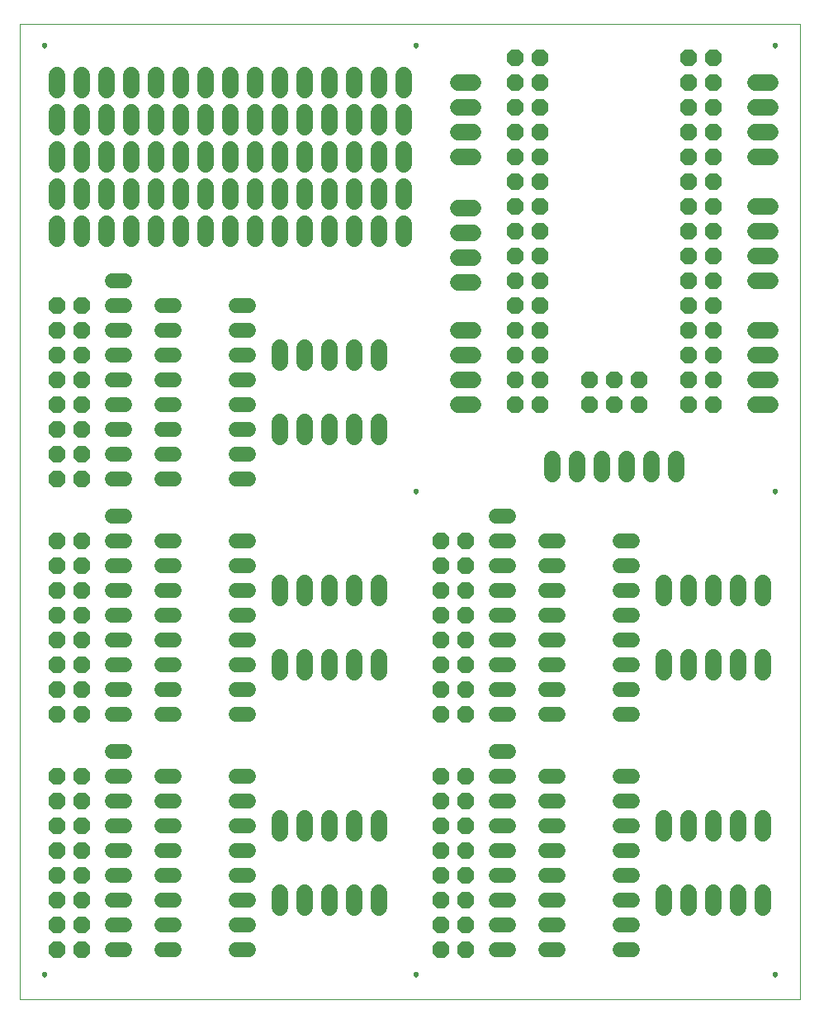
<source format=gbs>
G75*
%MOIN*%
%OFA0B0*%
%FSLAX25Y25*%
%IPPOS*%
%LPD*%
%AMOC8*
5,1,8,0,0,1.08239X$1,22.5*
%
%ADD10C,0.00000*%
%ADD11C,0.02178*%
%ADD12C,0.06000*%
%ADD13OC8,0.06800*%
%ADD14C,0.06800*%
D10*
X0001000Y0001000D02*
X0001000Y0394701D01*
X0315961Y0394701D01*
X0315961Y0001000D01*
X0001000Y0001000D01*
X0010311Y0011000D02*
X0010313Y0011052D01*
X0010319Y0011104D01*
X0010329Y0011155D01*
X0010342Y0011205D01*
X0010360Y0011255D01*
X0010381Y0011302D01*
X0010405Y0011348D01*
X0010434Y0011392D01*
X0010465Y0011434D01*
X0010499Y0011473D01*
X0010536Y0011510D01*
X0010576Y0011543D01*
X0010619Y0011574D01*
X0010663Y0011601D01*
X0010709Y0011625D01*
X0010758Y0011645D01*
X0010807Y0011661D01*
X0010858Y0011674D01*
X0010909Y0011683D01*
X0010961Y0011688D01*
X0011013Y0011689D01*
X0011065Y0011686D01*
X0011117Y0011679D01*
X0011168Y0011668D01*
X0011218Y0011654D01*
X0011267Y0011635D01*
X0011314Y0011613D01*
X0011359Y0011588D01*
X0011403Y0011559D01*
X0011444Y0011527D01*
X0011483Y0011492D01*
X0011518Y0011454D01*
X0011551Y0011413D01*
X0011581Y0011371D01*
X0011607Y0011326D01*
X0011630Y0011279D01*
X0011649Y0011230D01*
X0011665Y0011180D01*
X0011677Y0011130D01*
X0011685Y0011078D01*
X0011689Y0011026D01*
X0011689Y0010974D01*
X0011685Y0010922D01*
X0011677Y0010870D01*
X0011665Y0010820D01*
X0011649Y0010770D01*
X0011630Y0010721D01*
X0011607Y0010674D01*
X0011581Y0010629D01*
X0011551Y0010587D01*
X0011518Y0010546D01*
X0011483Y0010508D01*
X0011444Y0010473D01*
X0011403Y0010441D01*
X0011359Y0010412D01*
X0011314Y0010387D01*
X0011267Y0010365D01*
X0011218Y0010346D01*
X0011168Y0010332D01*
X0011117Y0010321D01*
X0011065Y0010314D01*
X0011013Y0010311D01*
X0010961Y0010312D01*
X0010909Y0010317D01*
X0010858Y0010326D01*
X0010807Y0010339D01*
X0010758Y0010355D01*
X0010709Y0010375D01*
X0010663Y0010399D01*
X0010619Y0010426D01*
X0010576Y0010457D01*
X0010536Y0010490D01*
X0010499Y0010527D01*
X0010465Y0010566D01*
X0010434Y0010608D01*
X0010405Y0010652D01*
X0010381Y0010698D01*
X0010360Y0010745D01*
X0010342Y0010795D01*
X0010329Y0010845D01*
X0010319Y0010896D01*
X0010313Y0010948D01*
X0010311Y0011000D01*
X0160311Y0011000D02*
X0160313Y0011052D01*
X0160319Y0011104D01*
X0160329Y0011155D01*
X0160342Y0011205D01*
X0160360Y0011255D01*
X0160381Y0011302D01*
X0160405Y0011348D01*
X0160434Y0011392D01*
X0160465Y0011434D01*
X0160499Y0011473D01*
X0160536Y0011510D01*
X0160576Y0011543D01*
X0160619Y0011574D01*
X0160663Y0011601D01*
X0160709Y0011625D01*
X0160758Y0011645D01*
X0160807Y0011661D01*
X0160858Y0011674D01*
X0160909Y0011683D01*
X0160961Y0011688D01*
X0161013Y0011689D01*
X0161065Y0011686D01*
X0161117Y0011679D01*
X0161168Y0011668D01*
X0161218Y0011654D01*
X0161267Y0011635D01*
X0161314Y0011613D01*
X0161359Y0011588D01*
X0161403Y0011559D01*
X0161444Y0011527D01*
X0161483Y0011492D01*
X0161518Y0011454D01*
X0161551Y0011413D01*
X0161581Y0011371D01*
X0161607Y0011326D01*
X0161630Y0011279D01*
X0161649Y0011230D01*
X0161665Y0011180D01*
X0161677Y0011130D01*
X0161685Y0011078D01*
X0161689Y0011026D01*
X0161689Y0010974D01*
X0161685Y0010922D01*
X0161677Y0010870D01*
X0161665Y0010820D01*
X0161649Y0010770D01*
X0161630Y0010721D01*
X0161607Y0010674D01*
X0161581Y0010629D01*
X0161551Y0010587D01*
X0161518Y0010546D01*
X0161483Y0010508D01*
X0161444Y0010473D01*
X0161403Y0010441D01*
X0161359Y0010412D01*
X0161314Y0010387D01*
X0161267Y0010365D01*
X0161218Y0010346D01*
X0161168Y0010332D01*
X0161117Y0010321D01*
X0161065Y0010314D01*
X0161013Y0010311D01*
X0160961Y0010312D01*
X0160909Y0010317D01*
X0160858Y0010326D01*
X0160807Y0010339D01*
X0160758Y0010355D01*
X0160709Y0010375D01*
X0160663Y0010399D01*
X0160619Y0010426D01*
X0160576Y0010457D01*
X0160536Y0010490D01*
X0160499Y0010527D01*
X0160465Y0010566D01*
X0160434Y0010608D01*
X0160405Y0010652D01*
X0160381Y0010698D01*
X0160360Y0010745D01*
X0160342Y0010795D01*
X0160329Y0010845D01*
X0160319Y0010896D01*
X0160313Y0010948D01*
X0160311Y0011000D01*
X0305311Y0011000D02*
X0305313Y0011052D01*
X0305319Y0011104D01*
X0305329Y0011155D01*
X0305342Y0011205D01*
X0305360Y0011255D01*
X0305381Y0011302D01*
X0305405Y0011348D01*
X0305434Y0011392D01*
X0305465Y0011434D01*
X0305499Y0011473D01*
X0305536Y0011510D01*
X0305576Y0011543D01*
X0305619Y0011574D01*
X0305663Y0011601D01*
X0305709Y0011625D01*
X0305758Y0011645D01*
X0305807Y0011661D01*
X0305858Y0011674D01*
X0305909Y0011683D01*
X0305961Y0011688D01*
X0306013Y0011689D01*
X0306065Y0011686D01*
X0306117Y0011679D01*
X0306168Y0011668D01*
X0306218Y0011654D01*
X0306267Y0011635D01*
X0306314Y0011613D01*
X0306359Y0011588D01*
X0306403Y0011559D01*
X0306444Y0011527D01*
X0306483Y0011492D01*
X0306518Y0011454D01*
X0306551Y0011413D01*
X0306581Y0011371D01*
X0306607Y0011326D01*
X0306630Y0011279D01*
X0306649Y0011230D01*
X0306665Y0011180D01*
X0306677Y0011130D01*
X0306685Y0011078D01*
X0306689Y0011026D01*
X0306689Y0010974D01*
X0306685Y0010922D01*
X0306677Y0010870D01*
X0306665Y0010820D01*
X0306649Y0010770D01*
X0306630Y0010721D01*
X0306607Y0010674D01*
X0306581Y0010629D01*
X0306551Y0010587D01*
X0306518Y0010546D01*
X0306483Y0010508D01*
X0306444Y0010473D01*
X0306403Y0010441D01*
X0306359Y0010412D01*
X0306314Y0010387D01*
X0306267Y0010365D01*
X0306218Y0010346D01*
X0306168Y0010332D01*
X0306117Y0010321D01*
X0306065Y0010314D01*
X0306013Y0010311D01*
X0305961Y0010312D01*
X0305909Y0010317D01*
X0305858Y0010326D01*
X0305807Y0010339D01*
X0305758Y0010355D01*
X0305709Y0010375D01*
X0305663Y0010399D01*
X0305619Y0010426D01*
X0305576Y0010457D01*
X0305536Y0010490D01*
X0305499Y0010527D01*
X0305465Y0010566D01*
X0305434Y0010608D01*
X0305405Y0010652D01*
X0305381Y0010698D01*
X0305360Y0010745D01*
X0305342Y0010795D01*
X0305329Y0010845D01*
X0305319Y0010896D01*
X0305313Y0010948D01*
X0305311Y0011000D01*
X0305311Y0206000D02*
X0305313Y0206052D01*
X0305319Y0206104D01*
X0305329Y0206155D01*
X0305342Y0206205D01*
X0305360Y0206255D01*
X0305381Y0206302D01*
X0305405Y0206348D01*
X0305434Y0206392D01*
X0305465Y0206434D01*
X0305499Y0206473D01*
X0305536Y0206510D01*
X0305576Y0206543D01*
X0305619Y0206574D01*
X0305663Y0206601D01*
X0305709Y0206625D01*
X0305758Y0206645D01*
X0305807Y0206661D01*
X0305858Y0206674D01*
X0305909Y0206683D01*
X0305961Y0206688D01*
X0306013Y0206689D01*
X0306065Y0206686D01*
X0306117Y0206679D01*
X0306168Y0206668D01*
X0306218Y0206654D01*
X0306267Y0206635D01*
X0306314Y0206613D01*
X0306359Y0206588D01*
X0306403Y0206559D01*
X0306444Y0206527D01*
X0306483Y0206492D01*
X0306518Y0206454D01*
X0306551Y0206413D01*
X0306581Y0206371D01*
X0306607Y0206326D01*
X0306630Y0206279D01*
X0306649Y0206230D01*
X0306665Y0206180D01*
X0306677Y0206130D01*
X0306685Y0206078D01*
X0306689Y0206026D01*
X0306689Y0205974D01*
X0306685Y0205922D01*
X0306677Y0205870D01*
X0306665Y0205820D01*
X0306649Y0205770D01*
X0306630Y0205721D01*
X0306607Y0205674D01*
X0306581Y0205629D01*
X0306551Y0205587D01*
X0306518Y0205546D01*
X0306483Y0205508D01*
X0306444Y0205473D01*
X0306403Y0205441D01*
X0306359Y0205412D01*
X0306314Y0205387D01*
X0306267Y0205365D01*
X0306218Y0205346D01*
X0306168Y0205332D01*
X0306117Y0205321D01*
X0306065Y0205314D01*
X0306013Y0205311D01*
X0305961Y0205312D01*
X0305909Y0205317D01*
X0305858Y0205326D01*
X0305807Y0205339D01*
X0305758Y0205355D01*
X0305709Y0205375D01*
X0305663Y0205399D01*
X0305619Y0205426D01*
X0305576Y0205457D01*
X0305536Y0205490D01*
X0305499Y0205527D01*
X0305465Y0205566D01*
X0305434Y0205608D01*
X0305405Y0205652D01*
X0305381Y0205698D01*
X0305360Y0205745D01*
X0305342Y0205795D01*
X0305329Y0205845D01*
X0305319Y0205896D01*
X0305313Y0205948D01*
X0305311Y0206000D01*
X0305311Y0386000D02*
X0305313Y0386052D01*
X0305319Y0386104D01*
X0305329Y0386155D01*
X0305342Y0386205D01*
X0305360Y0386255D01*
X0305381Y0386302D01*
X0305405Y0386348D01*
X0305434Y0386392D01*
X0305465Y0386434D01*
X0305499Y0386473D01*
X0305536Y0386510D01*
X0305576Y0386543D01*
X0305619Y0386574D01*
X0305663Y0386601D01*
X0305709Y0386625D01*
X0305758Y0386645D01*
X0305807Y0386661D01*
X0305858Y0386674D01*
X0305909Y0386683D01*
X0305961Y0386688D01*
X0306013Y0386689D01*
X0306065Y0386686D01*
X0306117Y0386679D01*
X0306168Y0386668D01*
X0306218Y0386654D01*
X0306267Y0386635D01*
X0306314Y0386613D01*
X0306359Y0386588D01*
X0306403Y0386559D01*
X0306444Y0386527D01*
X0306483Y0386492D01*
X0306518Y0386454D01*
X0306551Y0386413D01*
X0306581Y0386371D01*
X0306607Y0386326D01*
X0306630Y0386279D01*
X0306649Y0386230D01*
X0306665Y0386180D01*
X0306677Y0386130D01*
X0306685Y0386078D01*
X0306689Y0386026D01*
X0306689Y0385974D01*
X0306685Y0385922D01*
X0306677Y0385870D01*
X0306665Y0385820D01*
X0306649Y0385770D01*
X0306630Y0385721D01*
X0306607Y0385674D01*
X0306581Y0385629D01*
X0306551Y0385587D01*
X0306518Y0385546D01*
X0306483Y0385508D01*
X0306444Y0385473D01*
X0306403Y0385441D01*
X0306359Y0385412D01*
X0306314Y0385387D01*
X0306267Y0385365D01*
X0306218Y0385346D01*
X0306168Y0385332D01*
X0306117Y0385321D01*
X0306065Y0385314D01*
X0306013Y0385311D01*
X0305961Y0385312D01*
X0305909Y0385317D01*
X0305858Y0385326D01*
X0305807Y0385339D01*
X0305758Y0385355D01*
X0305709Y0385375D01*
X0305663Y0385399D01*
X0305619Y0385426D01*
X0305576Y0385457D01*
X0305536Y0385490D01*
X0305499Y0385527D01*
X0305465Y0385566D01*
X0305434Y0385608D01*
X0305405Y0385652D01*
X0305381Y0385698D01*
X0305360Y0385745D01*
X0305342Y0385795D01*
X0305329Y0385845D01*
X0305319Y0385896D01*
X0305313Y0385948D01*
X0305311Y0386000D01*
X0160311Y0386000D02*
X0160313Y0386052D01*
X0160319Y0386104D01*
X0160329Y0386155D01*
X0160342Y0386205D01*
X0160360Y0386255D01*
X0160381Y0386302D01*
X0160405Y0386348D01*
X0160434Y0386392D01*
X0160465Y0386434D01*
X0160499Y0386473D01*
X0160536Y0386510D01*
X0160576Y0386543D01*
X0160619Y0386574D01*
X0160663Y0386601D01*
X0160709Y0386625D01*
X0160758Y0386645D01*
X0160807Y0386661D01*
X0160858Y0386674D01*
X0160909Y0386683D01*
X0160961Y0386688D01*
X0161013Y0386689D01*
X0161065Y0386686D01*
X0161117Y0386679D01*
X0161168Y0386668D01*
X0161218Y0386654D01*
X0161267Y0386635D01*
X0161314Y0386613D01*
X0161359Y0386588D01*
X0161403Y0386559D01*
X0161444Y0386527D01*
X0161483Y0386492D01*
X0161518Y0386454D01*
X0161551Y0386413D01*
X0161581Y0386371D01*
X0161607Y0386326D01*
X0161630Y0386279D01*
X0161649Y0386230D01*
X0161665Y0386180D01*
X0161677Y0386130D01*
X0161685Y0386078D01*
X0161689Y0386026D01*
X0161689Y0385974D01*
X0161685Y0385922D01*
X0161677Y0385870D01*
X0161665Y0385820D01*
X0161649Y0385770D01*
X0161630Y0385721D01*
X0161607Y0385674D01*
X0161581Y0385629D01*
X0161551Y0385587D01*
X0161518Y0385546D01*
X0161483Y0385508D01*
X0161444Y0385473D01*
X0161403Y0385441D01*
X0161359Y0385412D01*
X0161314Y0385387D01*
X0161267Y0385365D01*
X0161218Y0385346D01*
X0161168Y0385332D01*
X0161117Y0385321D01*
X0161065Y0385314D01*
X0161013Y0385311D01*
X0160961Y0385312D01*
X0160909Y0385317D01*
X0160858Y0385326D01*
X0160807Y0385339D01*
X0160758Y0385355D01*
X0160709Y0385375D01*
X0160663Y0385399D01*
X0160619Y0385426D01*
X0160576Y0385457D01*
X0160536Y0385490D01*
X0160499Y0385527D01*
X0160465Y0385566D01*
X0160434Y0385608D01*
X0160405Y0385652D01*
X0160381Y0385698D01*
X0160360Y0385745D01*
X0160342Y0385795D01*
X0160329Y0385845D01*
X0160319Y0385896D01*
X0160313Y0385948D01*
X0160311Y0386000D01*
X0160311Y0206000D02*
X0160313Y0206052D01*
X0160319Y0206104D01*
X0160329Y0206155D01*
X0160342Y0206205D01*
X0160360Y0206255D01*
X0160381Y0206302D01*
X0160405Y0206348D01*
X0160434Y0206392D01*
X0160465Y0206434D01*
X0160499Y0206473D01*
X0160536Y0206510D01*
X0160576Y0206543D01*
X0160619Y0206574D01*
X0160663Y0206601D01*
X0160709Y0206625D01*
X0160758Y0206645D01*
X0160807Y0206661D01*
X0160858Y0206674D01*
X0160909Y0206683D01*
X0160961Y0206688D01*
X0161013Y0206689D01*
X0161065Y0206686D01*
X0161117Y0206679D01*
X0161168Y0206668D01*
X0161218Y0206654D01*
X0161267Y0206635D01*
X0161314Y0206613D01*
X0161359Y0206588D01*
X0161403Y0206559D01*
X0161444Y0206527D01*
X0161483Y0206492D01*
X0161518Y0206454D01*
X0161551Y0206413D01*
X0161581Y0206371D01*
X0161607Y0206326D01*
X0161630Y0206279D01*
X0161649Y0206230D01*
X0161665Y0206180D01*
X0161677Y0206130D01*
X0161685Y0206078D01*
X0161689Y0206026D01*
X0161689Y0205974D01*
X0161685Y0205922D01*
X0161677Y0205870D01*
X0161665Y0205820D01*
X0161649Y0205770D01*
X0161630Y0205721D01*
X0161607Y0205674D01*
X0161581Y0205629D01*
X0161551Y0205587D01*
X0161518Y0205546D01*
X0161483Y0205508D01*
X0161444Y0205473D01*
X0161403Y0205441D01*
X0161359Y0205412D01*
X0161314Y0205387D01*
X0161267Y0205365D01*
X0161218Y0205346D01*
X0161168Y0205332D01*
X0161117Y0205321D01*
X0161065Y0205314D01*
X0161013Y0205311D01*
X0160961Y0205312D01*
X0160909Y0205317D01*
X0160858Y0205326D01*
X0160807Y0205339D01*
X0160758Y0205355D01*
X0160709Y0205375D01*
X0160663Y0205399D01*
X0160619Y0205426D01*
X0160576Y0205457D01*
X0160536Y0205490D01*
X0160499Y0205527D01*
X0160465Y0205566D01*
X0160434Y0205608D01*
X0160405Y0205652D01*
X0160381Y0205698D01*
X0160360Y0205745D01*
X0160342Y0205795D01*
X0160329Y0205845D01*
X0160319Y0205896D01*
X0160313Y0205948D01*
X0160311Y0206000D01*
X0010311Y0386000D02*
X0010313Y0386052D01*
X0010319Y0386104D01*
X0010329Y0386155D01*
X0010342Y0386205D01*
X0010360Y0386255D01*
X0010381Y0386302D01*
X0010405Y0386348D01*
X0010434Y0386392D01*
X0010465Y0386434D01*
X0010499Y0386473D01*
X0010536Y0386510D01*
X0010576Y0386543D01*
X0010619Y0386574D01*
X0010663Y0386601D01*
X0010709Y0386625D01*
X0010758Y0386645D01*
X0010807Y0386661D01*
X0010858Y0386674D01*
X0010909Y0386683D01*
X0010961Y0386688D01*
X0011013Y0386689D01*
X0011065Y0386686D01*
X0011117Y0386679D01*
X0011168Y0386668D01*
X0011218Y0386654D01*
X0011267Y0386635D01*
X0011314Y0386613D01*
X0011359Y0386588D01*
X0011403Y0386559D01*
X0011444Y0386527D01*
X0011483Y0386492D01*
X0011518Y0386454D01*
X0011551Y0386413D01*
X0011581Y0386371D01*
X0011607Y0386326D01*
X0011630Y0386279D01*
X0011649Y0386230D01*
X0011665Y0386180D01*
X0011677Y0386130D01*
X0011685Y0386078D01*
X0011689Y0386026D01*
X0011689Y0385974D01*
X0011685Y0385922D01*
X0011677Y0385870D01*
X0011665Y0385820D01*
X0011649Y0385770D01*
X0011630Y0385721D01*
X0011607Y0385674D01*
X0011581Y0385629D01*
X0011551Y0385587D01*
X0011518Y0385546D01*
X0011483Y0385508D01*
X0011444Y0385473D01*
X0011403Y0385441D01*
X0011359Y0385412D01*
X0011314Y0385387D01*
X0011267Y0385365D01*
X0011218Y0385346D01*
X0011168Y0385332D01*
X0011117Y0385321D01*
X0011065Y0385314D01*
X0011013Y0385311D01*
X0010961Y0385312D01*
X0010909Y0385317D01*
X0010858Y0385326D01*
X0010807Y0385339D01*
X0010758Y0385355D01*
X0010709Y0385375D01*
X0010663Y0385399D01*
X0010619Y0385426D01*
X0010576Y0385457D01*
X0010536Y0385490D01*
X0010499Y0385527D01*
X0010465Y0385566D01*
X0010434Y0385608D01*
X0010405Y0385652D01*
X0010381Y0385698D01*
X0010360Y0385745D01*
X0010342Y0385795D01*
X0010329Y0385845D01*
X0010319Y0385896D01*
X0010313Y0385948D01*
X0010311Y0386000D01*
D11*
X0011000Y0386000D03*
X0161000Y0386000D03*
X0161000Y0206000D03*
X0306000Y0206000D03*
X0306000Y0386000D03*
X0306000Y0011000D03*
X0161000Y0011000D03*
X0011000Y0011000D03*
D12*
X0038400Y0021000D02*
X0043600Y0021000D01*
X0043600Y0031000D02*
X0038400Y0031000D01*
X0038400Y0041000D02*
X0043600Y0041000D01*
X0043600Y0051000D02*
X0038400Y0051000D01*
X0038400Y0061000D02*
X0043600Y0061000D01*
X0043600Y0071000D02*
X0038400Y0071000D01*
X0038400Y0081000D02*
X0043600Y0081000D01*
X0043600Y0091000D02*
X0038400Y0091000D01*
X0038400Y0101000D02*
X0043600Y0101000D01*
X0043600Y0116000D02*
X0038400Y0116000D01*
X0038400Y0126000D02*
X0043600Y0126000D01*
X0043600Y0136000D02*
X0038400Y0136000D01*
X0038400Y0146000D02*
X0043600Y0146000D01*
X0043600Y0156000D02*
X0038400Y0156000D01*
X0038400Y0166000D02*
X0043600Y0166000D01*
X0043600Y0176000D02*
X0038400Y0176000D01*
X0038400Y0186000D02*
X0043600Y0186000D01*
X0043600Y0196000D02*
X0038400Y0196000D01*
X0038400Y0211000D02*
X0043600Y0211000D01*
X0043600Y0221000D02*
X0038400Y0221000D01*
X0038400Y0231000D02*
X0043600Y0231000D01*
X0043600Y0241000D02*
X0038400Y0241000D01*
X0038400Y0251000D02*
X0043600Y0251000D01*
X0043600Y0261000D02*
X0038400Y0261000D01*
X0038400Y0271000D02*
X0043600Y0271000D01*
X0043600Y0281000D02*
X0038400Y0281000D01*
X0038400Y0291000D02*
X0043600Y0291000D01*
X0058400Y0281000D02*
X0063600Y0281000D01*
X0063600Y0271000D02*
X0058400Y0271000D01*
X0058400Y0261000D02*
X0063600Y0261000D01*
X0063600Y0251000D02*
X0058400Y0251000D01*
X0058400Y0241000D02*
X0063600Y0241000D01*
X0063600Y0231000D02*
X0058400Y0231000D01*
X0058400Y0221000D02*
X0063600Y0221000D01*
X0063600Y0211000D02*
X0058400Y0211000D01*
X0058400Y0186000D02*
X0063600Y0186000D01*
X0063600Y0176000D02*
X0058400Y0176000D01*
X0058400Y0166000D02*
X0063600Y0166000D01*
X0063600Y0156000D02*
X0058400Y0156000D01*
X0058400Y0146000D02*
X0063600Y0146000D01*
X0063600Y0136000D02*
X0058400Y0136000D01*
X0058400Y0126000D02*
X0063600Y0126000D01*
X0063600Y0116000D02*
X0058400Y0116000D01*
X0058400Y0091000D02*
X0063600Y0091000D01*
X0063600Y0081000D02*
X0058400Y0081000D01*
X0058400Y0071000D02*
X0063600Y0071000D01*
X0063600Y0061000D02*
X0058400Y0061000D01*
X0058400Y0051000D02*
X0063600Y0051000D01*
X0063600Y0041000D02*
X0058400Y0041000D01*
X0058400Y0031000D02*
X0063600Y0031000D01*
X0063600Y0021000D02*
X0058400Y0021000D01*
X0088400Y0021000D02*
X0093600Y0021000D01*
X0093600Y0031000D02*
X0088400Y0031000D01*
X0088400Y0041000D02*
X0093600Y0041000D01*
X0093600Y0051000D02*
X0088400Y0051000D01*
X0088400Y0061000D02*
X0093600Y0061000D01*
X0093600Y0071000D02*
X0088400Y0071000D01*
X0088400Y0081000D02*
X0093600Y0081000D01*
X0093600Y0091000D02*
X0088400Y0091000D01*
X0088400Y0116000D02*
X0093600Y0116000D01*
X0093600Y0126000D02*
X0088400Y0126000D01*
X0088400Y0136000D02*
X0093600Y0136000D01*
X0093600Y0146000D02*
X0088400Y0146000D01*
X0088400Y0156000D02*
X0093600Y0156000D01*
X0093600Y0166000D02*
X0088400Y0166000D01*
X0088400Y0176000D02*
X0093600Y0176000D01*
X0093600Y0186000D02*
X0088400Y0186000D01*
X0088400Y0211000D02*
X0093600Y0211000D01*
X0093600Y0221000D02*
X0088400Y0221000D01*
X0088400Y0231000D02*
X0093600Y0231000D01*
X0093600Y0241000D02*
X0088400Y0241000D01*
X0088400Y0251000D02*
X0093600Y0251000D01*
X0093600Y0261000D02*
X0088400Y0261000D01*
X0088400Y0271000D02*
X0093600Y0271000D01*
X0093600Y0281000D02*
X0088400Y0281000D01*
X0193400Y0196000D02*
X0198600Y0196000D01*
X0198600Y0186000D02*
X0193400Y0186000D01*
X0193400Y0176000D02*
X0198600Y0176000D01*
X0198600Y0166000D02*
X0193400Y0166000D01*
X0193400Y0156000D02*
X0198600Y0156000D01*
X0198600Y0146000D02*
X0193400Y0146000D01*
X0193400Y0136000D02*
X0198600Y0136000D01*
X0198600Y0126000D02*
X0193400Y0126000D01*
X0193400Y0116000D02*
X0198600Y0116000D01*
X0198600Y0101000D02*
X0193400Y0101000D01*
X0193400Y0091000D02*
X0198600Y0091000D01*
X0198600Y0081000D02*
X0193400Y0081000D01*
X0193400Y0071000D02*
X0198600Y0071000D01*
X0198600Y0061000D02*
X0193400Y0061000D01*
X0193400Y0051000D02*
X0198600Y0051000D01*
X0198600Y0041000D02*
X0193400Y0041000D01*
X0193400Y0031000D02*
X0198600Y0031000D01*
X0198600Y0021000D02*
X0193400Y0021000D01*
X0213400Y0021000D02*
X0218600Y0021000D01*
X0218600Y0031000D02*
X0213400Y0031000D01*
X0213400Y0041000D02*
X0218600Y0041000D01*
X0218600Y0051000D02*
X0213400Y0051000D01*
X0213400Y0061000D02*
X0218600Y0061000D01*
X0218600Y0071000D02*
X0213400Y0071000D01*
X0213400Y0081000D02*
X0218600Y0081000D01*
X0218600Y0091000D02*
X0213400Y0091000D01*
X0213400Y0116000D02*
X0218600Y0116000D01*
X0218600Y0126000D02*
X0213400Y0126000D01*
X0213400Y0136000D02*
X0218600Y0136000D01*
X0218600Y0146000D02*
X0213400Y0146000D01*
X0213400Y0156000D02*
X0218600Y0156000D01*
X0218600Y0166000D02*
X0213400Y0166000D01*
X0213400Y0176000D02*
X0218600Y0176000D01*
X0218600Y0186000D02*
X0213400Y0186000D01*
X0243400Y0186000D02*
X0248600Y0186000D01*
X0248600Y0176000D02*
X0243400Y0176000D01*
X0243400Y0166000D02*
X0248600Y0166000D01*
X0248600Y0156000D02*
X0243400Y0156000D01*
X0243400Y0146000D02*
X0248600Y0146000D01*
X0248600Y0136000D02*
X0243400Y0136000D01*
X0243400Y0126000D02*
X0248600Y0126000D01*
X0248600Y0116000D02*
X0243400Y0116000D01*
X0243400Y0091000D02*
X0248600Y0091000D01*
X0248600Y0081000D02*
X0243400Y0081000D01*
X0243400Y0071000D02*
X0248600Y0071000D01*
X0248600Y0061000D02*
X0243400Y0061000D01*
X0243400Y0051000D02*
X0248600Y0051000D01*
X0248600Y0041000D02*
X0243400Y0041000D01*
X0243400Y0031000D02*
X0248600Y0031000D01*
X0248600Y0021000D02*
X0243400Y0021000D01*
D13*
X0181000Y0021000D03*
X0181000Y0031000D03*
X0181000Y0041000D03*
X0181000Y0051000D03*
X0181000Y0061000D03*
X0181000Y0071000D03*
X0181000Y0081000D03*
X0181000Y0091000D03*
X0171000Y0091000D03*
X0171000Y0081000D03*
X0171000Y0071000D03*
X0171000Y0061000D03*
X0171000Y0051000D03*
X0171000Y0041000D03*
X0171000Y0031000D03*
X0171000Y0021000D03*
X0171000Y0116000D03*
X0171000Y0126000D03*
X0171000Y0136000D03*
X0171000Y0146000D03*
X0171000Y0156000D03*
X0171000Y0166000D03*
X0171000Y0176000D03*
X0171000Y0186000D03*
X0181000Y0186000D03*
X0181000Y0176000D03*
X0181000Y0166000D03*
X0181000Y0156000D03*
X0181000Y0146000D03*
X0181000Y0136000D03*
X0181000Y0126000D03*
X0181000Y0116000D03*
X0201000Y0241000D03*
X0201000Y0251000D03*
X0201000Y0261000D03*
X0201000Y0271000D03*
X0201000Y0281000D03*
X0201000Y0291000D03*
X0201000Y0301000D03*
X0201000Y0311000D03*
X0201000Y0321000D03*
X0201000Y0331000D03*
X0201000Y0341000D03*
X0201000Y0351000D03*
X0201000Y0361000D03*
X0201000Y0371000D03*
X0201000Y0381000D03*
X0211000Y0381000D03*
X0211000Y0371000D03*
X0211000Y0361000D03*
X0211000Y0351000D03*
X0211000Y0341000D03*
X0211000Y0331000D03*
X0211000Y0321000D03*
X0211000Y0311000D03*
X0211000Y0301000D03*
X0211000Y0291000D03*
X0211000Y0281000D03*
X0211000Y0271000D03*
X0211000Y0261000D03*
X0211000Y0251000D03*
X0211000Y0241000D03*
X0231000Y0241000D03*
X0231000Y0251000D03*
X0241000Y0251000D03*
X0241000Y0241000D03*
X0251000Y0241000D03*
X0251000Y0251000D03*
X0271000Y0251000D03*
X0271000Y0261000D03*
X0271000Y0271000D03*
X0271000Y0281000D03*
X0271000Y0291000D03*
X0271000Y0301000D03*
X0271000Y0311000D03*
X0271000Y0321000D03*
X0271000Y0331000D03*
X0271000Y0341000D03*
X0271000Y0351000D03*
X0271000Y0361000D03*
X0271000Y0371000D03*
X0271000Y0381000D03*
X0281000Y0381000D03*
X0281000Y0371000D03*
X0281000Y0361000D03*
X0281000Y0351000D03*
X0281000Y0341000D03*
X0281000Y0331000D03*
X0281000Y0321000D03*
X0281000Y0311000D03*
X0281000Y0301000D03*
X0281000Y0291000D03*
X0281000Y0281000D03*
X0281000Y0271000D03*
X0281000Y0261000D03*
X0281000Y0251000D03*
X0281000Y0241000D03*
X0271000Y0241000D03*
X0026000Y0241000D03*
X0026000Y0231000D03*
X0026000Y0221000D03*
X0026000Y0211000D03*
X0016000Y0211000D03*
X0016000Y0221000D03*
X0016000Y0231000D03*
X0016000Y0241000D03*
X0016000Y0251000D03*
X0016000Y0261000D03*
X0016000Y0271000D03*
X0016000Y0281000D03*
X0026000Y0281000D03*
X0026000Y0271000D03*
X0026000Y0261000D03*
X0026000Y0251000D03*
X0026000Y0186000D03*
X0026000Y0176000D03*
X0026000Y0166000D03*
X0026000Y0156000D03*
X0026000Y0146000D03*
X0026000Y0136000D03*
X0026000Y0126000D03*
X0026000Y0116000D03*
X0016000Y0116000D03*
X0016000Y0126000D03*
X0016000Y0136000D03*
X0016000Y0146000D03*
X0016000Y0156000D03*
X0016000Y0166000D03*
X0016000Y0176000D03*
X0016000Y0186000D03*
X0016000Y0091000D03*
X0016000Y0081000D03*
X0016000Y0071000D03*
X0016000Y0061000D03*
X0016000Y0051000D03*
X0016000Y0041000D03*
X0016000Y0031000D03*
X0016000Y0021000D03*
X0026000Y0021000D03*
X0026000Y0031000D03*
X0026000Y0041000D03*
X0026000Y0051000D03*
X0026000Y0061000D03*
X0026000Y0071000D03*
X0026000Y0081000D03*
X0026000Y0091000D03*
D14*
X0106000Y0074000D02*
X0106000Y0068000D01*
X0116000Y0068000D02*
X0116000Y0074000D01*
X0126000Y0074000D02*
X0126000Y0068000D01*
X0136000Y0068000D02*
X0136000Y0074000D01*
X0146000Y0074000D02*
X0146000Y0068000D01*
X0146000Y0044000D02*
X0146000Y0038000D01*
X0136000Y0038000D02*
X0136000Y0044000D01*
X0126000Y0044000D02*
X0126000Y0038000D01*
X0116000Y0038000D02*
X0116000Y0044000D01*
X0106000Y0044000D02*
X0106000Y0038000D01*
X0106000Y0133000D02*
X0106000Y0139000D01*
X0116000Y0139000D02*
X0116000Y0133000D01*
X0126000Y0133000D02*
X0126000Y0139000D01*
X0136000Y0139000D02*
X0136000Y0133000D01*
X0146000Y0133000D02*
X0146000Y0139000D01*
X0146000Y0163000D02*
X0146000Y0169000D01*
X0136000Y0169000D02*
X0136000Y0163000D01*
X0126000Y0163000D02*
X0126000Y0169000D01*
X0116000Y0169000D02*
X0116000Y0163000D01*
X0106000Y0163000D02*
X0106000Y0169000D01*
X0106000Y0228000D02*
X0106000Y0234000D01*
X0116000Y0234000D02*
X0116000Y0228000D01*
X0126000Y0228000D02*
X0126000Y0234000D01*
X0136000Y0234000D02*
X0136000Y0228000D01*
X0146000Y0228000D02*
X0146000Y0234000D01*
X0146000Y0258000D02*
X0146000Y0264000D01*
X0136000Y0264000D02*
X0136000Y0258000D01*
X0126000Y0258000D02*
X0126000Y0264000D01*
X0116000Y0264000D02*
X0116000Y0258000D01*
X0106000Y0258000D02*
X0106000Y0264000D01*
X0106000Y0308000D02*
X0106000Y0314000D01*
X0106000Y0323000D02*
X0106000Y0329000D01*
X0106000Y0338000D02*
X0106000Y0344000D01*
X0106000Y0353000D02*
X0106000Y0359000D01*
X0106000Y0368000D02*
X0106000Y0374000D01*
X0096000Y0374000D02*
X0096000Y0368000D01*
X0096000Y0359000D02*
X0096000Y0353000D01*
X0096000Y0344000D02*
X0096000Y0338000D01*
X0096000Y0329000D02*
X0096000Y0323000D01*
X0096000Y0314000D02*
X0096000Y0308000D01*
X0086000Y0308000D02*
X0086000Y0314000D01*
X0086000Y0323000D02*
X0086000Y0329000D01*
X0086000Y0338000D02*
X0086000Y0344000D01*
X0086000Y0353000D02*
X0086000Y0359000D01*
X0086000Y0368000D02*
X0086000Y0374000D01*
X0076000Y0374000D02*
X0076000Y0368000D01*
X0076000Y0359000D02*
X0076000Y0353000D01*
X0076000Y0344000D02*
X0076000Y0338000D01*
X0076000Y0329000D02*
X0076000Y0323000D01*
X0076000Y0314000D02*
X0076000Y0308000D01*
X0066000Y0308000D02*
X0066000Y0314000D01*
X0066000Y0323000D02*
X0066000Y0329000D01*
X0066000Y0338000D02*
X0066000Y0344000D01*
X0066000Y0353000D02*
X0066000Y0359000D01*
X0066000Y0368000D02*
X0066000Y0374000D01*
X0056000Y0374000D02*
X0056000Y0368000D01*
X0056000Y0359000D02*
X0056000Y0353000D01*
X0056000Y0344000D02*
X0056000Y0338000D01*
X0056000Y0329000D02*
X0056000Y0323000D01*
X0056000Y0314000D02*
X0056000Y0308000D01*
X0046000Y0308000D02*
X0046000Y0314000D01*
X0046000Y0323000D02*
X0046000Y0329000D01*
X0046000Y0338000D02*
X0046000Y0344000D01*
X0046000Y0353000D02*
X0046000Y0359000D01*
X0046000Y0368000D02*
X0046000Y0374000D01*
X0036000Y0374000D02*
X0036000Y0368000D01*
X0036000Y0359000D02*
X0036000Y0353000D01*
X0036000Y0344000D02*
X0036000Y0338000D01*
X0036000Y0329000D02*
X0036000Y0323000D01*
X0036000Y0314000D02*
X0036000Y0308000D01*
X0026000Y0308000D02*
X0026000Y0314000D01*
X0026000Y0323000D02*
X0026000Y0329000D01*
X0026000Y0338000D02*
X0026000Y0344000D01*
X0026000Y0353000D02*
X0026000Y0359000D01*
X0026000Y0368000D02*
X0026000Y0374000D01*
X0016000Y0374000D02*
X0016000Y0368000D01*
X0016000Y0359000D02*
X0016000Y0353000D01*
X0016000Y0344000D02*
X0016000Y0338000D01*
X0016000Y0329000D02*
X0016000Y0323000D01*
X0016000Y0314000D02*
X0016000Y0308000D01*
X0116000Y0308000D02*
X0116000Y0314000D01*
X0116000Y0323000D02*
X0116000Y0329000D01*
X0116000Y0338000D02*
X0116000Y0344000D01*
X0116000Y0353000D02*
X0116000Y0359000D01*
X0116000Y0368000D02*
X0116000Y0374000D01*
X0126000Y0374000D02*
X0126000Y0368000D01*
X0126000Y0359000D02*
X0126000Y0353000D01*
X0126000Y0344000D02*
X0126000Y0338000D01*
X0126000Y0329000D02*
X0126000Y0323000D01*
X0126000Y0314000D02*
X0126000Y0308000D01*
X0136000Y0308000D02*
X0136000Y0314000D01*
X0136000Y0323000D02*
X0136000Y0329000D01*
X0136000Y0338000D02*
X0136000Y0344000D01*
X0136000Y0353000D02*
X0136000Y0359000D01*
X0136000Y0368000D02*
X0136000Y0374000D01*
X0146000Y0374000D02*
X0146000Y0368000D01*
X0146000Y0359000D02*
X0146000Y0353000D01*
X0146000Y0344000D02*
X0146000Y0338000D01*
X0146000Y0329000D02*
X0146000Y0323000D01*
X0146000Y0314000D02*
X0146000Y0308000D01*
X0156000Y0308000D02*
X0156000Y0314000D01*
X0156000Y0323000D02*
X0156000Y0329000D01*
X0156000Y0338000D02*
X0156000Y0344000D01*
X0156000Y0353000D02*
X0156000Y0359000D01*
X0156000Y0368000D02*
X0156000Y0374000D01*
X0178000Y0371000D02*
X0184000Y0371000D01*
X0184000Y0361000D02*
X0178000Y0361000D01*
X0178000Y0351000D02*
X0184000Y0351000D01*
X0184000Y0341000D02*
X0178000Y0341000D01*
X0178000Y0320500D02*
X0184000Y0320500D01*
X0184000Y0310500D02*
X0178000Y0310500D01*
X0178000Y0300500D02*
X0184000Y0300500D01*
X0184000Y0290500D02*
X0178000Y0290500D01*
X0178000Y0271000D02*
X0184000Y0271000D01*
X0184000Y0261000D02*
X0178000Y0261000D01*
X0178000Y0251000D02*
X0184000Y0251000D01*
X0184000Y0241000D02*
X0178000Y0241000D01*
X0216000Y0219000D02*
X0216000Y0213000D01*
X0226000Y0213000D02*
X0226000Y0219000D01*
X0236000Y0219000D02*
X0236000Y0213000D01*
X0246000Y0213000D02*
X0246000Y0219000D01*
X0256000Y0219000D02*
X0256000Y0213000D01*
X0266000Y0213000D02*
X0266000Y0219000D01*
X0298000Y0241000D02*
X0304000Y0241000D01*
X0304000Y0251000D02*
X0298000Y0251000D01*
X0298000Y0261000D02*
X0304000Y0261000D01*
X0304000Y0271000D02*
X0298000Y0271000D01*
X0298000Y0291000D02*
X0304000Y0291000D01*
X0304000Y0301000D02*
X0298000Y0301000D01*
X0298000Y0311000D02*
X0304000Y0311000D01*
X0304000Y0321000D02*
X0298000Y0321000D01*
X0298000Y0341000D02*
X0304000Y0341000D01*
X0304000Y0351000D02*
X0298000Y0351000D01*
X0298000Y0361000D02*
X0304000Y0361000D01*
X0304000Y0371000D02*
X0298000Y0371000D01*
X0301000Y0169000D02*
X0301000Y0163000D01*
X0291000Y0163000D02*
X0291000Y0169000D01*
X0281000Y0169000D02*
X0281000Y0163000D01*
X0271000Y0163000D02*
X0271000Y0169000D01*
X0261000Y0169000D02*
X0261000Y0163000D01*
X0261000Y0139000D02*
X0261000Y0133000D01*
X0271000Y0133000D02*
X0271000Y0139000D01*
X0281000Y0139000D02*
X0281000Y0133000D01*
X0291000Y0133000D02*
X0291000Y0139000D01*
X0301000Y0139000D02*
X0301000Y0133000D01*
X0301000Y0074000D02*
X0301000Y0068000D01*
X0291000Y0068000D02*
X0291000Y0074000D01*
X0281000Y0074000D02*
X0281000Y0068000D01*
X0271000Y0068000D02*
X0271000Y0074000D01*
X0261000Y0074000D02*
X0261000Y0068000D01*
X0261000Y0044000D02*
X0261000Y0038000D01*
X0271000Y0038000D02*
X0271000Y0044000D01*
X0281000Y0044000D02*
X0281000Y0038000D01*
X0291000Y0038000D02*
X0291000Y0044000D01*
X0301000Y0044000D02*
X0301000Y0038000D01*
M02*

</source>
